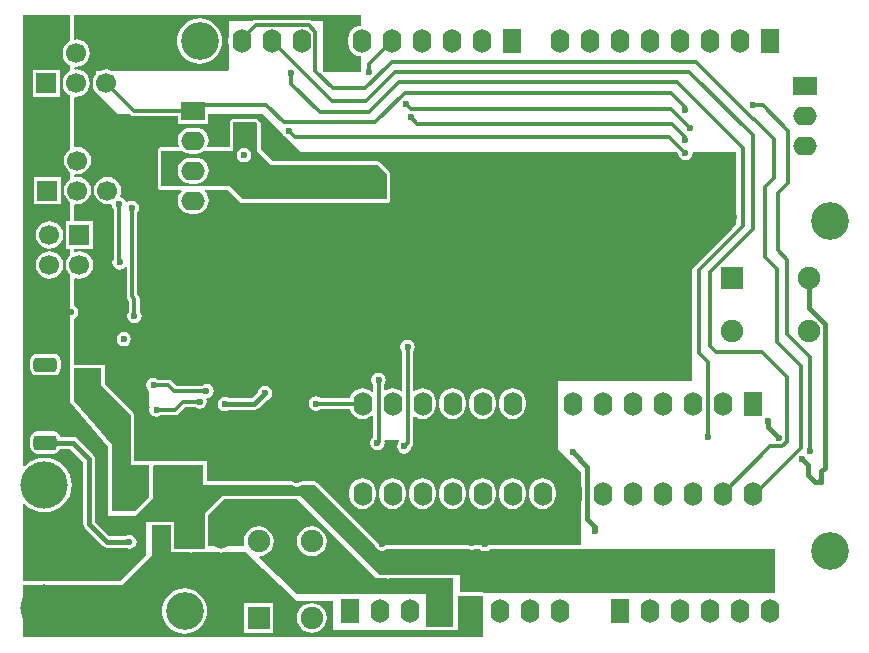
<source format=gbl>
G04 Layer_Physical_Order=2*
G04 Layer_Color=16711680*
%FSLAX44Y44*%
%MOMM*%
G71*
G01*
G75*
%ADD31R,1.9000X1.9000*%
%ADD32C,0.3000*%
%ADD33C,0.4000*%
%ADD36O,1.6000X2.0000*%
%ADD37R,1.6000X2.0000*%
%ADD38C,1.9000*%
%ADD39R,1.9000X1.9000*%
%ADD40C,3.2000*%
%ADD41C,4.0000*%
%ADD42R,2.0000X1.6000*%
%ADD43O,2.0000X1.6000*%
%ADD44C,1.7000*%
%ADD45R,1.7000X1.7000*%
G04:AMPARAMS|DCode=46|XSize=2mm|YSize=1.25mm|CornerRadius=0.3125mm|HoleSize=0mm|Usage=FLASHONLY|Rotation=0.000|XOffset=0mm|YOffset=0mm|HoleType=Round|Shape=RoundedRectangle|*
%AMROUNDEDRECTD46*
21,1,2.0000,0.6250,0,0,0.0*
21,1,1.3750,1.2500,0,0,0.0*
1,1,0.6250,0.6875,-0.3125*
1,1,0.6250,-0.6875,-0.3125*
1,1,0.6250,-0.6875,0.3125*
1,1,0.6250,0.6875,0.3125*
%
%ADD46ROUNDEDRECTD46*%
G04:AMPARAMS|DCode=47|XSize=2mm|YSize=1.2mm|CornerRadius=0.3mm|HoleSize=0mm|Usage=FLASHONLY|Rotation=0.000|XOffset=0mm|YOffset=0mm|HoleType=Round|Shape=RoundedRectangle|*
%AMROUNDEDRECTD47*
21,1,2.0000,0.6000,0,0,0.0*
21,1,1.4000,1.2000,0,0,0.0*
1,1,0.6000,0.7000,-0.3000*
1,1,0.6000,-0.7000,-0.3000*
1,1,0.6000,-0.7000,0.3000*
1,1,0.6000,0.7000,0.3000*
%
%ADD47ROUNDEDRECTD47*%
%ADD48C,0.6000*%
G36*
X289000Y521021D02*
X286688Y520717D01*
X284013Y519608D01*
X281715Y517845D01*
X279951Y515547D01*
X278843Y512872D01*
X278465Y510000D01*
Y506000D01*
X278843Y503128D01*
X279951Y500452D01*
X281715Y498155D01*
X284013Y496391D01*
X286688Y495283D01*
X289000Y494979D01*
X289000Y482000D01*
X257489D01*
X257000Y482489D01*
Y499000D01*
Y525000D01*
X247612D01*
X246506Y525739D01*
X244750Y526088D01*
X200000D01*
X198244Y525739D01*
X197138Y525000D01*
X177000D01*
Y511025D01*
X176865Y510000D01*
Y506000D01*
X177000Y504975D01*
Y484000D01*
X176000Y483000D01*
X77619D01*
X76402Y483504D01*
X73400Y483899D01*
X70398Y483504D01*
X69181Y483000D01*
X65000D01*
X65000Y480244D01*
X63355Y478100D01*
X62196Y475302D01*
X61801Y472300D01*
X62196Y469298D01*
X63355Y466500D01*
X65000Y464356D01*
Y464000D01*
X83000Y446000D01*
X93211D01*
X93456Y445756D01*
X94944Y444761D01*
X96700Y444412D01*
X134000D01*
Y438000D01*
X160000D01*
Y446000D01*
X206000Y446000D01*
X223365Y428635D01*
X224174Y427424D01*
X225385Y426615D01*
X238000Y414000D01*
X556512Y414000D01*
X557725Y412787D01*
X558098Y410909D01*
X559424Y408924D01*
X561409Y407598D01*
X563750Y407132D01*
X566091Y407598D01*
X568076Y408924D01*
X569402Y410909D01*
X569868Y413250D01*
X570483Y414000D01*
X595000Y414000D01*
X607000D01*
Y402000D01*
Y353000D01*
X603000Y349000D01*
X569000Y315000D01*
X569000Y236000D01*
X569000Y220000D01*
X456000D01*
Y162000D01*
X475000Y143000D01*
Y81059D01*
X398793D01*
X398498Y81000D01*
X398197Y81000D01*
X398197Y81000D01*
X390303D01*
X390303Y81000D01*
X390002Y81000D01*
X389707Y81059D01*
X385942D01*
X385647Y81000D01*
X380353D01*
X380057Y81059D01*
X354591D01*
X354295Y81000D01*
X353705D01*
X353409Y81059D01*
X332295D01*
X332000Y81117D01*
X331704Y81059D01*
X310815D01*
X310520Y81000D01*
X305000D01*
X303914Y81683D01*
X303798Y81961D01*
X303740Y82257D01*
X303572Y82507D01*
X303457Y82786D01*
X303244Y82999D01*
X303076Y83249D01*
X287163Y99163D01*
X287163Y99163D01*
X252163Y134163D01*
X252163Y134163D01*
X251170Y134826D01*
X250000Y135059D01*
X250000Y135059D01*
X239065D01*
X238770Y135000D01*
X231230D01*
X230935Y135059D01*
X159000Y135059D01*
X159000Y152001D01*
X155292Y152001D01*
X155000Y152059D01*
X114270D01*
X114270Y152059D01*
X114270Y152059D01*
X113974Y152000D01*
X110238Y152000D01*
X109941Y152059D01*
X109941Y152059D01*
X97059D01*
X97059Y191000D01*
X96826Y192171D01*
X96163Y193163D01*
X72059Y217267D01*
X72059Y225000D01*
Y231000D01*
X72000Y231295D01*
Y234000D01*
X69296D01*
X69000Y234059D01*
X55000D01*
X46059Y234059D01*
X46059Y272994D01*
X47826Y274174D01*
X49152Y276159D01*
X49618Y278500D01*
X49152Y280841D01*
X47826Y282826D01*
X46059Y284006D01*
X46059Y306632D01*
X47115Y307337D01*
X47698Y307096D01*
X50700Y306701D01*
X53702Y307096D01*
X56500Y308255D01*
X58902Y310098D01*
X60745Y312500D01*
X61904Y315298D01*
X62299Y318300D01*
X61904Y321302D01*
X60745Y324100D01*
X58902Y326502D01*
X56500Y328345D01*
X53702Y329504D01*
X50700Y329899D01*
X47698Y329504D01*
X47115Y329263D01*
X46059Y329968D01*
Y332200D01*
X62200D01*
Y355200D01*
X46059D01*
X46059Y369125D01*
X47014Y369962D01*
X49000Y369701D01*
X52002Y370096D01*
X54800Y371255D01*
X57202Y373098D01*
X59045Y375500D01*
X60204Y378298D01*
X60599Y381300D01*
X60204Y384302D01*
X59045Y387100D01*
X57202Y389502D01*
X54800Y391345D01*
X52002Y392504D01*
X49000Y392899D01*
X47204Y392663D01*
X46214Y393531D01*
Y394469D01*
X47204Y395337D01*
X49000Y395101D01*
X52002Y395496D01*
X54800Y396655D01*
X57202Y398498D01*
X59045Y400900D01*
X60204Y403698D01*
X60599Y406700D01*
X60204Y409702D01*
X59045Y412500D01*
X57202Y414902D01*
X54800Y416745D01*
X52002Y417904D01*
X49000Y418299D01*
X47014Y418038D01*
X46059Y418875D01*
X46059Y459993D01*
X47014Y460831D01*
X48000Y460701D01*
X51002Y461096D01*
X53800Y462255D01*
X56202Y464098D01*
X58045Y466500D01*
X59204Y469298D01*
X59599Y472300D01*
X59204Y475302D01*
X58045Y478100D01*
X56202Y480502D01*
X53800Y482345D01*
X51002Y483504D01*
X48000Y483899D01*
X47516Y483835D01*
X46431Y484788D01*
Y485212D01*
X47516Y486165D01*
X48000Y486101D01*
X51002Y486496D01*
X53800Y487655D01*
X56202Y489498D01*
X58045Y491900D01*
X59204Y494698D01*
X59599Y497700D01*
X59204Y500702D01*
X58045Y503500D01*
X56202Y505902D01*
X53800Y507745D01*
X51002Y508904D01*
X48000Y509299D01*
X47013Y509169D01*
X46059Y510007D01*
X46058Y530000D01*
X47328Y530000D01*
X289000Y530000D01*
X289000Y521021D01*
D02*
G37*
G36*
X69000Y225000D02*
X69000Y216000D01*
X94000Y191000D01*
X94000Y149000D01*
X109941D01*
X109941Y149000D01*
X109941Y122267D01*
X97674Y110000D01*
X78126D01*
X78127Y165914D01*
X63515Y182530D01*
X46059Y203439D01*
X46059Y231000D01*
X55000Y231000D01*
X69000D01*
Y225000D01*
D02*
G37*
G36*
X43000Y530000D02*
X43000Y508076D01*
X42200Y507745D01*
X39798Y505902D01*
X37955Y503500D01*
X36796Y500702D01*
X36401Y497700D01*
X36796Y494698D01*
X37955Y491900D01*
X39798Y489498D01*
X42200Y487655D01*
X43000Y487324D01*
X43000Y482676D01*
X42200Y482345D01*
X39798Y480502D01*
X37955Y478100D01*
X36796Y475302D01*
X36401Y472300D01*
X36796Y469298D01*
X37955Y466500D01*
X39798Y464098D01*
X42200Y462255D01*
X43000Y461924D01*
X43000Y416591D01*
X40798Y414902D01*
X38955Y412500D01*
X37796Y409702D01*
X37401Y406700D01*
X37796Y403698D01*
X38955Y400900D01*
X40798Y398498D01*
X43000Y396809D01*
X43000Y391191D01*
X40798Y389502D01*
X38955Y387100D01*
X37796Y384302D01*
X37401Y381300D01*
X37796Y378298D01*
X38955Y375500D01*
X40798Y373098D01*
X43000Y371409D01*
X43000Y355200D01*
X39200D01*
Y332200D01*
X43000D01*
X43000Y326887D01*
X42498Y326502D01*
X40655Y324100D01*
X39496Y321302D01*
X39101Y318300D01*
X39496Y315298D01*
X40655Y312500D01*
X42498Y310098D01*
X43000Y309713D01*
X43001Y231000D01*
X43000Y231000D01*
X43001Y209310D01*
X43001Y202330D01*
X75000Y164000D01*
X75000Y106000D01*
X98000Y106000D01*
X105971Y113971D01*
X112104Y120104D01*
X112104Y120104D01*
X113000Y121000D01*
Y122267D01*
X113000Y122267D01*
X113000Y122267D01*
X113000Y147730D01*
X114270Y149000D01*
X155000D01*
X155000Y132000D01*
X230935Y132000D01*
X232659Y130848D01*
X235000Y130382D01*
X237341Y130848D01*
X239065Y132000D01*
X250000D01*
X285000Y97000D01*
X300914Y81086D01*
X301098Y80159D01*
X302424Y78174D01*
X304409Y76848D01*
X306750Y76382D01*
X309091Y76848D01*
X310815Y78000D01*
X353409D01*
X354000Y77882D01*
X354591Y78000D01*
X380057D01*
X380659Y77598D01*
X383000Y77133D01*
X385341Y77598D01*
X385942Y78000D01*
X389707D01*
X389924Y77674D01*
X391909Y76348D01*
X394250Y75882D01*
X396591Y76348D01*
X398576Y77674D01*
X398793Y78000D01*
X630000D01*
X640000Y78000D01*
Y41000D01*
X482000D01*
X392296Y41000D01*
X392000Y41059D01*
X373000D01*
X373000Y56000D01*
X367296D01*
X367000Y56059D01*
X313598D01*
X313302Y56000D01*
X313001D01*
X313001Y56000D01*
X310499D01*
X310499Y56000D01*
X310198D01*
X309902Y56059D01*
X304941D01*
X261000Y100000D01*
X238000Y123000D01*
X235296D01*
X235000Y123059D01*
X235000Y123059D01*
X173000D01*
X172704Y123000D01*
X172000D01*
X171819Y122819D01*
X170837Y122163D01*
X168837Y120163D01*
X168837Y120163D01*
X157837Y109163D01*
X157181Y108181D01*
X157000Y108000D01*
Y107295D01*
X156941Y107000D01*
X156941Y107000D01*
Y99000D01*
Y80000D01*
X157000Y79705D01*
Y78059D01*
X146121D01*
X145923Y78019D01*
X145722Y78033D01*
X145474Y78000D01*
X145326D01*
X145078Y78033D01*
X144877Y78019D01*
X144679Y78059D01*
X131059D01*
Y88000D01*
Y98000D01*
X131000Y98296D01*
Y101000D01*
X128295D01*
X128000Y101059D01*
X112000D01*
X111705Y101000D01*
X109000D01*
Y101000D01*
X107000D01*
X107000Y99000D01*
Y73000D01*
X85000Y51000D01*
X22130D01*
X21000Y51111D01*
X19870Y51000D01*
X3000D01*
Y115793D01*
X4196Y116221D01*
X4658Y115658D01*
X8160Y112784D01*
X12156Y110648D01*
X16491Y109333D01*
X21000Y108889D01*
X25509Y109333D01*
X29844Y110648D01*
X33840Y112784D01*
X37342Y115658D01*
X40216Y119160D01*
X42352Y123156D01*
X43667Y127491D01*
X44111Y132000D01*
X43667Y136509D01*
X42352Y140844D01*
X40216Y144840D01*
X37342Y148342D01*
X33840Y151216D01*
X29844Y153352D01*
X25509Y154667D01*
X21000Y155111D01*
X16491Y154667D01*
X12156Y153352D01*
X8160Y151216D01*
X4658Y148342D01*
X4196Y147779D01*
X3000Y148207D01*
X3000Y530000D01*
X43000Y530000D01*
D02*
G37*
G36*
X252000Y103000D02*
X302000Y53000D01*
X309902D01*
X311750Y52632D01*
X313598Y53000D01*
X367000D01*
X367000Y38000D01*
Y12059D01*
X344000D01*
Y40000D01*
X235000D01*
X202780Y70648D01*
X203216Y71986D01*
X205763Y72322D01*
X208804Y73581D01*
X211415Y75585D01*
X213419Y78196D01*
X214678Y81237D01*
X215108Y84500D01*
X214678Y87763D01*
X213419Y90804D01*
X211415Y93415D01*
X208804Y95419D01*
X205763Y96678D01*
X202500Y97108D01*
X199237Y96678D01*
X196196Y95419D01*
X193585Y93415D01*
X191581Y90804D01*
X190322Y87763D01*
X189892Y84500D01*
X190322Y81237D01*
X190350Y81168D01*
X189600Y79660D01*
X189394Y79606D01*
X189000Y80000D01*
X160000D01*
Y99000D01*
Y107000D01*
X171000Y118000D01*
X173000Y120000D01*
X235000D01*
X252000Y103000D01*
D02*
G37*
G36*
X128000Y88000D02*
Y75000D01*
X144679D01*
X145400Y74905D01*
X146121Y75000D01*
X170079D01*
X170800Y74905D01*
X171521Y75000D01*
X192000D01*
X206000Y61000D01*
X235000Y34000D01*
X265000D01*
Y9000D01*
X371000D01*
Y38000D01*
X392000D01*
Y3000D01*
X3000D01*
Y47000D01*
X87000D01*
X88000Y48000D01*
X112000Y72000D01*
Y98000D01*
X128000D01*
Y88000D01*
D02*
G37*
%LPC*%
G36*
X152400Y527092D02*
X148675Y526725D01*
X145094Y525639D01*
X141793Y523874D01*
X138900Y521500D01*
X136526Y518607D01*
X134761Y515306D01*
X133675Y511725D01*
X133308Y508000D01*
X133675Y504275D01*
X134761Y500694D01*
X136526Y497393D01*
X138900Y494500D01*
X141793Y492126D01*
X145094Y490361D01*
X148675Y489275D01*
X152400Y488908D01*
X156125Y489275D01*
X159706Y490361D01*
X163007Y492126D01*
X165900Y494500D01*
X168274Y497393D01*
X170039Y500694D01*
X171125Y504275D01*
X171492Y508000D01*
X171125Y511725D01*
X170039Y515306D01*
X168274Y518607D01*
X165900Y521500D01*
X163007Y523874D01*
X159706Y525639D01*
X156125Y526725D01*
X152400Y527092D01*
D02*
G37*
G36*
X200102Y442059D02*
X200102Y442059D01*
X181000Y442059D01*
X179829Y441826D01*
X178837Y441163D01*
X178174Y440170D01*
X177941Y439000D01*
X177941Y418059D01*
X159754Y418059D01*
X159048Y419115D01*
X159717Y420728D01*
X160095Y423600D01*
X159717Y426472D01*
X158609Y429147D01*
X156845Y431445D01*
X154548Y433209D01*
X151872Y434317D01*
X149000Y434695D01*
X145000D01*
X142128Y434317D01*
X139452Y433209D01*
X137155Y431445D01*
X135392Y429147D01*
X134283Y426472D01*
X133905Y423600D01*
X134283Y420728D01*
X134952Y419115D01*
X134246Y418059D01*
X120000Y418059D01*
X118829Y417826D01*
X117837Y417163D01*
X117174Y416170D01*
X116941Y415000D01*
X116941Y385000D01*
X117174Y383829D01*
X117837Y382837D01*
X118829Y382174D01*
X120000Y381941D01*
X136868Y381941D01*
X137276Y380739D01*
X137155Y380645D01*
X135392Y378348D01*
X134283Y375672D01*
X133905Y372800D01*
X134283Y369928D01*
X135392Y367253D01*
X137155Y364955D01*
X139452Y363191D01*
X142128Y362083D01*
X145000Y361705D01*
X149000D01*
X151872Y362083D01*
X154548Y363191D01*
X156845Y364955D01*
X158609Y367253D01*
X159717Y369928D01*
X160095Y372800D01*
X159717Y375672D01*
X158609Y378348D01*
X156845Y380645D01*
X156723Y380739D01*
X157132Y381941D01*
X176733Y381941D01*
X186837Y371837D01*
X186837Y371837D01*
X187829Y371174D01*
X189000Y370941D01*
X189000Y370941D01*
X311000D01*
X312171Y371174D01*
X313163Y371837D01*
X313826Y372830D01*
X314059Y374000D01*
Y395000D01*
X313826Y396171D01*
X313163Y397163D01*
X305163Y405163D01*
X304170Y405826D01*
X303000Y406059D01*
X303000Y406059D01*
X214267D01*
X204059Y416267D01*
Y438102D01*
X204059Y438102D01*
X203826Y439272D01*
X203163Y440265D01*
X202265Y441163D01*
X201273Y441826D01*
X200102Y442059D01*
D02*
G37*
G36*
X74400Y392899D02*
X71398Y392504D01*
X68600Y391345D01*
X66198Y389502D01*
X64355Y387100D01*
X63196Y384302D01*
X62801Y381300D01*
X63196Y378298D01*
X64355Y375500D01*
X66198Y373098D01*
X68600Y371255D01*
X71398Y370096D01*
X74400Y369701D01*
X76893Y370029D01*
X77593Y369871D01*
X78266Y369079D01*
X78598Y367409D01*
X79662Y365817D01*
Y323685D01*
X79098Y322841D01*
X78632Y320500D01*
X79098Y318159D01*
X80424Y316174D01*
X82409Y314848D01*
X84750Y314382D01*
X87091Y314848D01*
X89076Y316174D01*
X89392Y316647D01*
X90662Y316262D01*
Y291750D01*
X91011Y289994D01*
X92006Y288506D01*
X92662Y287850D01*
Y278933D01*
X91598Y277341D01*
X91132Y275000D01*
X91598Y272659D01*
X92924Y270674D01*
X94909Y269348D01*
X97250Y268883D01*
X99591Y269348D01*
X101576Y270674D01*
X102902Y272659D01*
X103368Y275000D01*
X102902Y277341D01*
X101838Y278933D01*
Y289750D01*
X101489Y291506D01*
X100494Y292994D01*
X99838Y293650D01*
Y362817D01*
X100902Y364409D01*
X101368Y366750D01*
X100902Y369091D01*
X99576Y371076D01*
X97591Y372402D01*
X95250Y372868D01*
X92909Y372402D01*
X91343Y371356D01*
X89968Y371757D01*
X89902Y372091D01*
X88576Y374076D01*
X86591Y375402D01*
X85553Y375608D01*
X84954Y376729D01*
X85604Y378298D01*
X85999Y381300D01*
X85604Y384302D01*
X84445Y387100D01*
X82602Y389502D01*
X80200Y391345D01*
X77402Y392504D01*
X74400Y392899D01*
D02*
G37*
G36*
X88250Y261868D02*
X85909Y261402D01*
X83924Y260076D01*
X82598Y258091D01*
X82132Y255750D01*
X82598Y253409D01*
X83924Y251424D01*
X85909Y250098D01*
X88250Y249632D01*
X90591Y250098D01*
X92576Y251424D01*
X93902Y253409D01*
X94368Y255750D01*
X93902Y258091D01*
X92576Y260076D01*
X90591Y261402D01*
X88250Y261868D01*
D02*
G37*
G36*
X328500Y254867D02*
X326159Y254402D01*
X324174Y253076D01*
X322848Y251091D01*
X322383Y248750D01*
X322848Y246409D01*
X323912Y244817D01*
Y212280D01*
X322642Y211654D01*
X321397Y212609D01*
X318722Y213717D01*
X315850Y214095D01*
X312978Y213717D01*
X310303Y212609D01*
X309727Y212167D01*
X308588Y212729D01*
Y217067D01*
X309652Y218659D01*
X310117Y221000D01*
X309652Y223341D01*
X308326Y225326D01*
X306341Y226652D01*
X304000Y227118D01*
X301659Y226652D01*
X299674Y225326D01*
X298348Y223341D01*
X297882Y221000D01*
X298348Y218659D01*
X299412Y217067D01*
Y211258D01*
X298142Y210963D01*
X295997Y212609D01*
X293322Y213717D01*
X290450Y214095D01*
X287578Y213717D01*
X284903Y212609D01*
X282605Y210845D01*
X280842Y208547D01*
X279733Y205872D01*
X279696Y205588D01*
X254933D01*
X253341Y206652D01*
X251000Y207118D01*
X248659Y206652D01*
X246674Y205326D01*
X245348Y203341D01*
X244883Y201000D01*
X245348Y198659D01*
X246674Y196674D01*
X248659Y195348D01*
X251000Y194883D01*
X253341Y195348D01*
X254933Y196412D01*
X279696D01*
X279733Y196128D01*
X280842Y193452D01*
X282605Y191155D01*
X284903Y189391D01*
X287578Y188283D01*
X290450Y187905D01*
X293322Y188283D01*
X295997Y189391D01*
X298142Y191037D01*
X299412Y190742D01*
Y172569D01*
X298674Y172076D01*
X297348Y170091D01*
X296882Y167750D01*
X297348Y165409D01*
X298674Y163424D01*
X300659Y162098D01*
X303000Y161632D01*
X305341Y162098D01*
X307326Y163424D01*
X308652Y165409D01*
X309118Y167750D01*
X308801Y169340D01*
X309788Y170502D01*
X321273D01*
X321658Y169232D01*
X321424Y169076D01*
X320098Y167091D01*
X319632Y164750D01*
X320098Y162409D01*
X321424Y160424D01*
X323409Y159098D01*
X325750Y158632D01*
X328091Y159098D01*
X330076Y160424D01*
X331402Y162409D01*
X331780Y164309D01*
X332739Y165744D01*
X333088Y167500D01*
Y189797D01*
X334358Y190423D01*
X335703Y189391D01*
X338378Y188283D01*
X341250Y187905D01*
X344122Y188283D01*
X346797Y189391D01*
X349095Y191155D01*
X350858Y193452D01*
X351967Y196128D01*
X352345Y199000D01*
Y203000D01*
X351967Y205872D01*
X350858Y208547D01*
X349095Y210845D01*
X346797Y212609D01*
X344122Y213717D01*
X341250Y214095D01*
X338378Y213717D01*
X335703Y212609D01*
X334358Y211577D01*
X333088Y212203D01*
Y244817D01*
X334152Y246409D01*
X334618Y248750D01*
X334152Y251091D01*
X332826Y253076D01*
X330841Y254402D01*
X328500Y254867D01*
D02*
G37*
G36*
X207750Y216118D02*
X205409Y215652D01*
X203424Y214326D01*
X202098Y212341D01*
X201842Y211051D01*
X196638Y205848D01*
X176920D01*
X176091Y206402D01*
X173750Y206868D01*
X171409Y206402D01*
X169424Y205076D01*
X168098Y203091D01*
X167633Y200750D01*
X168098Y198409D01*
X169424Y196424D01*
X171409Y195098D01*
X173750Y194632D01*
X176091Y195098D01*
X176920Y195652D01*
X198750D01*
X200701Y196040D01*
X202355Y197145D01*
X209425Y204216D01*
X210091Y204348D01*
X212076Y205674D01*
X213402Y207659D01*
X213867Y210000D01*
X213402Y212341D01*
X212076Y214326D01*
X210091Y215652D01*
X207750Y216118D01*
D02*
G37*
G36*
X113500Y222868D02*
X111159Y222402D01*
X109174Y221076D01*
X107848Y219091D01*
X107382Y216750D01*
X107848Y214409D01*
X109174Y212424D01*
X110000Y211873D01*
Y198000D01*
X110000D01*
X110266Y197676D01*
X109882Y195750D01*
X110348Y193409D01*
X111674Y191424D01*
X113659Y190098D01*
X116000Y189632D01*
X118341Y190098D01*
X119933Y191162D01*
X131500D01*
X133256Y191511D01*
X134744Y192506D01*
X140400Y198162D01*
X148567D01*
X150159Y197098D01*
X152500Y196632D01*
X154841Y197098D01*
X156826Y198424D01*
X158152Y200409D01*
X158617Y202750D01*
X158329Y204202D01*
X158266Y205142D01*
X159251Y205581D01*
X160591Y205848D01*
X162576Y207174D01*
X163902Y209159D01*
X164368Y211500D01*
X163902Y213841D01*
X162576Y215826D01*
X160591Y217152D01*
X158250Y217617D01*
X155909Y217152D01*
X154317Y216088D01*
X132650D01*
X128744Y219994D01*
X127256Y220989D01*
X125500Y221338D01*
X117433D01*
X115841Y222402D01*
X113500Y222868D01*
D02*
G37*
G36*
X417450Y214095D02*
X414578Y213717D01*
X411903Y212609D01*
X409605Y210845D01*
X407841Y208547D01*
X406733Y205872D01*
X406355Y203000D01*
Y199000D01*
X406733Y196128D01*
X407841Y193452D01*
X409605Y191155D01*
X411903Y189391D01*
X414578Y188283D01*
X417450Y187905D01*
X420322Y188283D01*
X422997Y189391D01*
X425295Y191155D01*
X427058Y193452D01*
X428167Y196128D01*
X428545Y199000D01*
Y203000D01*
X428167Y205872D01*
X427058Y208547D01*
X425295Y210845D01*
X422997Y212609D01*
X420322Y213717D01*
X417450Y214095D01*
D02*
G37*
G36*
X392050D02*
X389178Y213717D01*
X386503Y212609D01*
X384205Y210845D01*
X382441Y208547D01*
X381333Y205872D01*
X380955Y203000D01*
Y199000D01*
X381333Y196128D01*
X382441Y193452D01*
X384205Y191155D01*
X386503Y189391D01*
X389178Y188283D01*
X392050Y187905D01*
X394922Y188283D01*
X397597Y189391D01*
X399895Y191155D01*
X401659Y193452D01*
X402767Y196128D01*
X403145Y199000D01*
Y203000D01*
X402767Y205872D01*
X401659Y208547D01*
X399895Y210845D01*
X397597Y212609D01*
X394922Y213717D01*
X392050Y214095D01*
D02*
G37*
G36*
X366650D02*
X363778Y213717D01*
X361103Y212609D01*
X358805Y210845D01*
X357042Y208547D01*
X355933Y205872D01*
X355555Y203000D01*
Y199000D01*
X355933Y196128D01*
X357042Y193452D01*
X358805Y191155D01*
X361103Y189391D01*
X363778Y188283D01*
X366650Y187905D01*
X369522Y188283D01*
X372197Y189391D01*
X374495Y191155D01*
X376259Y193452D01*
X377367Y196128D01*
X377745Y199000D01*
Y203000D01*
X377367Y205872D01*
X376259Y208547D01*
X374495Y210845D01*
X372197Y212609D01*
X369522Y213717D01*
X366650Y214095D01*
D02*
G37*
G36*
X442850Y137895D02*
X439978Y137517D01*
X437303Y136409D01*
X435005Y134645D01*
X433242Y132347D01*
X432133Y129672D01*
X431755Y126800D01*
Y122800D01*
X432133Y119928D01*
X433242Y117253D01*
X435005Y114955D01*
X437303Y113191D01*
X439978Y112083D01*
X442850Y111705D01*
X445722Y112083D01*
X448397Y113191D01*
X450695Y114955D01*
X452458Y117253D01*
X453567Y119928D01*
X453945Y122800D01*
Y126800D01*
X453567Y129672D01*
X452458Y132347D01*
X450695Y134645D01*
X448397Y136409D01*
X445722Y137517D01*
X442850Y137895D01*
D02*
G37*
G36*
X417450D02*
X414578Y137517D01*
X411903Y136409D01*
X409605Y134645D01*
X407841Y132347D01*
X406733Y129672D01*
X406355Y126800D01*
Y122800D01*
X406733Y119928D01*
X407841Y117253D01*
X409605Y114955D01*
X411903Y113191D01*
X414578Y112083D01*
X417450Y111705D01*
X420322Y112083D01*
X422997Y113191D01*
X425295Y114955D01*
X427058Y117253D01*
X428167Y119928D01*
X428545Y122800D01*
Y126800D01*
X428167Y129672D01*
X427058Y132347D01*
X425295Y134645D01*
X422997Y136409D01*
X420322Y137517D01*
X417450Y137895D01*
D02*
G37*
G36*
X392050D02*
X389178Y137517D01*
X386503Y136409D01*
X384205Y134645D01*
X382441Y132347D01*
X381333Y129672D01*
X380955Y126800D01*
Y122800D01*
X381333Y119928D01*
X382441Y117253D01*
X384205Y114955D01*
X386503Y113191D01*
X389178Y112083D01*
X392050Y111705D01*
X394922Y112083D01*
X397597Y113191D01*
X399895Y114955D01*
X401659Y117253D01*
X402767Y119928D01*
X403145Y122800D01*
Y126800D01*
X402767Y129672D01*
X401659Y132347D01*
X399895Y134645D01*
X397597Y136409D01*
X394922Y137517D01*
X392050Y137895D01*
D02*
G37*
G36*
X366650D02*
X363778Y137517D01*
X361103Y136409D01*
X358805Y134645D01*
X357042Y132347D01*
X355933Y129672D01*
X355555Y126800D01*
Y122800D01*
X355933Y119928D01*
X357042Y117253D01*
X358805Y114955D01*
X361103Y113191D01*
X363778Y112083D01*
X366650Y111705D01*
X369522Y112083D01*
X372197Y113191D01*
X374495Y114955D01*
X376259Y117253D01*
X377367Y119928D01*
X377745Y122800D01*
Y126800D01*
X377367Y129672D01*
X376259Y132347D01*
X374495Y134645D01*
X372197Y136409D01*
X369522Y137517D01*
X366650Y137895D01*
D02*
G37*
G36*
X341250D02*
X338378Y137517D01*
X335703Y136409D01*
X333405Y134645D01*
X331642Y132347D01*
X330533Y129672D01*
X330155Y126800D01*
Y122800D01*
X330533Y119928D01*
X331642Y117253D01*
X333405Y114955D01*
X335703Y113191D01*
X338378Y112083D01*
X341250Y111705D01*
X344122Y112083D01*
X346797Y113191D01*
X349095Y114955D01*
X350858Y117253D01*
X351967Y119928D01*
X352345Y122800D01*
Y126800D01*
X351967Y129672D01*
X350858Y132347D01*
X349095Y134645D01*
X346797Y136409D01*
X344122Y137517D01*
X341250Y137895D01*
D02*
G37*
G36*
X315850D02*
X312978Y137517D01*
X310303Y136409D01*
X308005Y134645D01*
X306241Y132347D01*
X305133Y129672D01*
X304755Y126800D01*
Y122800D01*
X305133Y119928D01*
X306241Y117253D01*
X308005Y114955D01*
X310303Y113191D01*
X312978Y112083D01*
X315850Y111705D01*
X318722Y112083D01*
X321397Y113191D01*
X323695Y114955D01*
X325458Y117253D01*
X326567Y119928D01*
X326945Y122800D01*
Y126800D01*
X326567Y129672D01*
X325458Y132347D01*
X323695Y134645D01*
X321397Y136409D01*
X318722Y137517D01*
X315850Y137895D01*
D02*
G37*
G36*
X290450D02*
X287578Y137517D01*
X284903Y136409D01*
X282605Y134645D01*
X280842Y132347D01*
X279733Y129672D01*
X279355Y126800D01*
Y122800D01*
X279733Y119928D01*
X280842Y117253D01*
X282605Y114955D01*
X284903Y113191D01*
X287578Y112083D01*
X290450Y111705D01*
X293322Y112083D01*
X295997Y113191D01*
X298295Y114955D01*
X300058Y117253D01*
X301167Y119928D01*
X301545Y122800D01*
Y126800D01*
X301167Y129672D01*
X300058Y132347D01*
X298295Y134645D01*
X295997Y136409D01*
X293322Y137517D01*
X290450Y137895D01*
D02*
G37*
%LPD*%
G36*
X201000Y438102D02*
Y415000D01*
X213000Y403000D01*
X303000D01*
X311000Y395000D01*
Y374000D01*
X189000D01*
X178000Y385000D01*
X120000Y385000D01*
X120000Y415000D01*
X138138Y415000D01*
X139452Y413992D01*
X142128Y412883D01*
X145000Y412505D01*
X149000D01*
X151872Y412883D01*
X154548Y413992D01*
X155862Y415000D01*
X181000Y415000D01*
X181000Y439000D01*
X200102Y439000D01*
X201000Y438102D01*
D02*
G37*
%LPC*%
G36*
X190000Y417617D02*
X187659Y417152D01*
X185674Y415826D01*
X184348Y413841D01*
X183883Y411500D01*
X184348Y409159D01*
X185674Y407174D01*
X187659Y405848D01*
X190000Y405382D01*
X192341Y405848D01*
X194326Y407174D01*
X195652Y409159D01*
X196117Y411500D01*
X195652Y413841D01*
X194326Y415826D01*
X192341Y417152D01*
X190000Y417617D01*
D02*
G37*
G36*
X149000Y409295D02*
X145000D01*
X142128Y408917D01*
X139452Y407808D01*
X137155Y406045D01*
X135392Y403747D01*
X134283Y401072D01*
X133905Y398200D01*
X134283Y395328D01*
X135392Y392653D01*
X137155Y390355D01*
X139452Y388591D01*
X142128Y387483D01*
X145000Y387105D01*
X149000D01*
X151872Y387483D01*
X154548Y388591D01*
X156845Y390355D01*
X158609Y392653D01*
X159717Y395328D01*
X160095Y398200D01*
X159717Y401072D01*
X158609Y403747D01*
X156845Y406045D01*
X154548Y407808D01*
X151872Y408917D01*
X149000Y409295D01*
D02*
G37*
G36*
X34100Y483800D02*
X11100D01*
Y460800D01*
X34100D01*
Y483800D01*
D02*
G37*
G36*
X35100Y392800D02*
X12100D01*
Y369800D01*
X35100D01*
Y392800D01*
D02*
G37*
G36*
X25300Y355299D02*
X22298Y354904D01*
X19500Y353745D01*
X17098Y351902D01*
X15255Y349500D01*
X14096Y346702D01*
X13701Y343700D01*
X14096Y340698D01*
X15255Y337900D01*
X17098Y335498D01*
X19500Y333655D01*
X22298Y332496D01*
X25300Y332101D01*
X28302Y332496D01*
X31100Y333655D01*
X33502Y335498D01*
X35345Y337900D01*
X36504Y340698D01*
X36899Y343700D01*
X36504Y346702D01*
X35345Y349500D01*
X33502Y351902D01*
X31100Y353745D01*
X28302Y354904D01*
X25300Y355299D01*
D02*
G37*
G36*
Y329899D02*
X22298Y329504D01*
X19500Y328345D01*
X17098Y326502D01*
X15255Y324100D01*
X14096Y321302D01*
X13701Y318300D01*
X14096Y315298D01*
X15255Y312500D01*
X17098Y310098D01*
X19500Y308255D01*
X22298Y307096D01*
X25300Y306701D01*
X28302Y307096D01*
X31100Y308255D01*
X33502Y310098D01*
X35345Y312500D01*
X36504Y315298D01*
X36899Y318300D01*
X36504Y321302D01*
X35345Y324100D01*
X33502Y326502D01*
X31100Y328345D01*
X28302Y329504D01*
X25300Y329899D01*
D02*
G37*
G36*
X28995Y243118D02*
X14995D01*
X12654Y242652D01*
X10669Y241326D01*
X9343Y239341D01*
X8878Y237000D01*
Y231000D01*
X9343Y228659D01*
X10669Y226674D01*
X12654Y225348D01*
X14995Y224883D01*
X28995D01*
X31336Y225348D01*
X33321Y226674D01*
X34647Y228659D01*
X35113Y231000D01*
Y237000D01*
X34647Y239341D01*
X33321Y241326D01*
X31336Y242652D01*
X28995Y243118D01*
D02*
G37*
G36*
X28870Y177370D02*
X15120D01*
X12730Y176895D01*
X10704Y175541D01*
X9350Y173515D01*
X8875Y171125D01*
Y164875D01*
X9350Y162485D01*
X10704Y160459D01*
X12730Y159105D01*
X15120Y158630D01*
X28870D01*
X31260Y159105D01*
X33286Y160459D01*
X34640Y162485D01*
X34723Y162902D01*
X42888D01*
X53902Y151888D01*
Y99000D01*
X54290Y97049D01*
X55395Y95395D01*
X70395Y80395D01*
X72049Y79290D01*
X74000Y78902D01*
X89830D01*
X90659Y78348D01*
X93000Y77882D01*
X95341Y78348D01*
X97326Y79674D01*
X98652Y81659D01*
X99117Y84000D01*
X98652Y86341D01*
X97326Y88326D01*
X95341Y89652D01*
X93000Y90118D01*
X90659Y89652D01*
X89830Y89098D01*
X76112D01*
X64098Y101112D01*
Y154000D01*
X63710Y155951D01*
X62605Y157605D01*
X48605Y171605D01*
X46951Y172710D01*
X45000Y173098D01*
X34723D01*
X34640Y173515D01*
X33286Y175541D01*
X31260Y176895D01*
X28870Y177370D01*
D02*
G37*
G36*
X247500Y97108D02*
X244237Y96678D01*
X241196Y95419D01*
X238585Y93415D01*
X236581Y90804D01*
X235322Y87763D01*
X234892Y84500D01*
X235322Y81237D01*
X236581Y78196D01*
X238585Y75585D01*
X241196Y73581D01*
X244237Y72322D01*
X247500Y71892D01*
X250763Y72322D01*
X253804Y73581D01*
X256415Y75585D01*
X258419Y78196D01*
X259678Y81237D01*
X260108Y84500D01*
X259678Y87763D01*
X258419Y90804D01*
X256415Y93415D01*
X253804Y95419D01*
X250763Y96678D01*
X247500Y97108D01*
D02*
G37*
G36*
X215000Y32000D02*
X190000D01*
Y7000D01*
X215000D01*
Y32000D01*
D02*
G37*
G36*
X247500Y32108D02*
X244237Y31678D01*
X241196Y30419D01*
X238585Y28415D01*
X236581Y25804D01*
X235322Y22763D01*
X234892Y19500D01*
X235322Y16237D01*
X236581Y13196D01*
X238585Y10585D01*
X241196Y8581D01*
X244237Y7322D01*
X247500Y6892D01*
X250763Y7322D01*
X253804Y8581D01*
X256415Y10585D01*
X258419Y13196D01*
X259678Y16237D01*
X260108Y19500D01*
X259678Y22763D01*
X258419Y25804D01*
X256415Y28415D01*
X253804Y30419D01*
X250763Y31678D01*
X247500Y32108D01*
D02*
G37*
G36*
X139700Y44492D02*
X135975Y44125D01*
X132394Y43039D01*
X129093Y41274D01*
X126200Y38900D01*
X123826Y36007D01*
X122061Y32706D01*
X120975Y29125D01*
X120608Y25400D01*
X120975Y21675D01*
X122061Y18094D01*
X123826Y14793D01*
X126200Y11900D01*
X129093Y9526D01*
X132394Y7761D01*
X135975Y6675D01*
X139700Y6308D01*
X143425Y6675D01*
X147006Y7761D01*
X150307Y9526D01*
X153200Y11900D01*
X155574Y14793D01*
X157339Y18094D01*
X158425Y21675D01*
X158792Y25400D01*
X158425Y29125D01*
X157339Y32706D01*
X155574Y36007D01*
X153200Y38900D01*
X150307Y41274D01*
X147006Y43039D01*
X143425Y44125D01*
X139700Y44492D01*
D02*
G37*
%LPD*%
D31*
X202500Y19500D02*
D03*
D32*
X304000Y168750D02*
Y221000D01*
X303000Y167750D02*
X304000Y168750D01*
X328500Y167500D02*
Y248750D01*
X325750Y164750D02*
X328500Y167500D01*
X669500Y161000D02*
Y240750D01*
X620650Y124800D02*
X622800D01*
X661250Y163250D01*
Y232500D01*
X590000Y244500D02*
X628500D01*
X187960Y508000D02*
Y509460D01*
X612250Y351000D02*
Y417500D01*
X575500Y314250D02*
X612250Y351000D01*
X575500Y244000D02*
Y314250D01*
Y244000D02*
X583000Y236500D01*
Y172500D02*
Y236500D01*
X295750Y481750D02*
Y488790D01*
X314960Y508000D01*
X138500Y202750D02*
X152500D01*
X131500Y195750D02*
X138500Y202750D01*
X116000Y195750D02*
X131500D01*
X113500Y216750D02*
X125500D01*
X130750Y211500D02*
X158250D01*
X125500Y216750D02*
X130750Y211500D01*
X251000Y201000D02*
X290450D01*
X95250Y291750D02*
Y366750D01*
Y291750D02*
X97250Y289750D01*
Y275000D02*
Y289750D01*
X84250Y321000D02*
Y369750D01*
Y321000D02*
X84750Y320500D01*
X628500Y244500D02*
X649750Y223250D01*
X187960Y509460D02*
X200000Y521500D01*
X244750D01*
X250500Y515750D01*
X73400Y472300D02*
X96700Y449000D01*
X147000D01*
X595250Y124800D02*
X635450Y165000D01*
X645942D01*
X649750Y168808D01*
Y223250D01*
X563500Y424250D02*
Y426750D01*
Y449750D02*
Y452500D01*
X552000Y464000D02*
X563500Y452500D01*
X556750Y473000D02*
X612250Y417500D01*
X315037Y490000D02*
X573000D01*
X590500Y318250D02*
Y318450D01*
X152000Y454000D02*
X209000D01*
X147000Y449000D02*
X152000Y454000D01*
X585000Y249500D02*
X590000Y244500D01*
X585000Y249500D02*
Y312750D01*
X590500Y318250D01*
X233250Y427000D02*
X550000D01*
X228500Y431750D02*
X233250Y427000D01*
X550000D02*
X563750Y413250D01*
X552250Y438000D02*
X563500Y426750D01*
X331250Y443250D02*
X336500Y438000D01*
X552250D01*
X331250Y450250D02*
X552000D01*
X327000Y454500D02*
X331250Y450250D01*
X552000D02*
X567750Y434500D01*
X326000Y464000D02*
X552000D01*
X321000Y473000D02*
X556750D01*
X311679Y486750D02*
X311787D01*
X315037Y490000D01*
X317750Y481750D02*
X567250D01*
X301000Y439000D02*
X326000Y464000D01*
X209000Y454000D02*
X224000Y439000D01*
X301000D01*
X230250Y471750D02*
Y480500D01*
Y471750D02*
X254000Y448000D01*
X296000D01*
X321000Y473000D01*
X293000Y457000D02*
X317750Y481750D01*
X213360Y508000D02*
X264360Y457000D01*
X293000D01*
X292929Y468000D02*
X311679Y486750D01*
X250500Y482500D02*
Y515750D01*
Y482500D02*
X265000Y468000D01*
X292929D01*
X621000Y453500D02*
X629500D01*
X651000Y432000D01*
Y388000D02*
Y432000D01*
X642000Y379000D02*
X651000Y388000D01*
X642000Y331000D02*
Y379000D01*
Y331000D02*
X650125Y322875D01*
Y260125D02*
Y322875D01*
Y260125D02*
X669500Y240750D01*
X631000Y384000D02*
X639000Y392000D01*
X631000Y325000D02*
Y384000D01*
Y325000D02*
X641000Y315000D01*
Y252750D02*
Y315000D01*
Y252750D02*
X661250Y232500D01*
X573000Y490000D02*
X621000Y442000D01*
X639000Y392000D02*
Y425000D01*
X621000Y442000D02*
X622000D01*
X639000Y425000D01*
X590500Y318450D02*
X621000Y348950D01*
Y428000D01*
X567250Y481750D02*
X621000Y428000D01*
D33*
X198750Y200750D02*
X207750Y209750D01*
Y210000D01*
X173750Y200750D02*
X198750D01*
X468250Y159750D02*
X480750Y147250D01*
Y103250D02*
Y147250D01*
Y103250D02*
X487250Y96750D01*
Y93250D02*
Y96750D01*
X662500Y154000D02*
X667750Y148750D01*
Y140500D02*
Y148750D01*
Y140500D02*
X673250Y135000D01*
X678750D01*
Y83250D02*
X685800Y76200D01*
X196750Y25250D02*
X202500Y19500D01*
X633750Y181000D02*
X643250Y171500D01*
X633750Y181000D02*
Y186500D01*
X668500Y281592D02*
Y307500D01*
Y281592D02*
X682000Y268092D01*
Y256658D02*
Y268092D01*
X681750Y256408D02*
X682000Y256658D01*
X681750Y146500D02*
Y256408D01*
X678750Y143500D02*
X681750Y146500D01*
X678750Y135000D02*
Y143500D01*
X21995Y168000D02*
X45000D01*
X59000Y154000D01*
Y99000D02*
Y154000D01*
Y99000D02*
X74000Y84000D01*
X93000D01*
D36*
X290450Y124800D02*
D03*
X315850D02*
D03*
X341250D02*
D03*
X366650D02*
D03*
X392050D02*
D03*
X417450D02*
D03*
X442850D02*
D03*
X468250D02*
D03*
X493650D02*
D03*
X519050D02*
D03*
X544450D02*
D03*
X569850D02*
D03*
X595250D02*
D03*
X620650D02*
D03*
X290450Y201000D02*
D03*
X315850D02*
D03*
X341250D02*
D03*
X366650D02*
D03*
X392050D02*
D03*
X417450D02*
D03*
X442850D02*
D03*
X468250D02*
D03*
X493650D02*
D03*
X519050D02*
D03*
X544450D02*
D03*
X569850D02*
D03*
X595250D02*
D03*
X457200Y508000D02*
D03*
X482600D02*
D03*
X508000D02*
D03*
X533400D02*
D03*
X558800D02*
D03*
X584200D02*
D03*
X609600D02*
D03*
X391160D02*
D03*
X365760D02*
D03*
X340360D02*
D03*
X314960D02*
D03*
X289560D02*
D03*
X264160D02*
D03*
X238760D02*
D03*
X213360D02*
D03*
X187960D02*
D03*
X170800Y88000D02*
D03*
X145400D02*
D03*
X533400Y25400D02*
D03*
X558800D02*
D03*
X584200D02*
D03*
X609600D02*
D03*
X635000D02*
D03*
X457200D02*
D03*
X431800D02*
D03*
X406400D02*
D03*
X381000D02*
D03*
X355600D02*
D03*
X330200D02*
D03*
X304800D02*
D03*
D37*
X620650Y201000D02*
D03*
X635000Y508000D02*
D03*
X416560D02*
D03*
X120000Y88000D02*
D03*
X508000Y25400D02*
D03*
X279400D02*
D03*
D38*
X202500Y84500D02*
D03*
X247500D02*
D03*
Y19500D02*
D03*
X668500Y307500D02*
D03*
Y262500D02*
D03*
X603500D02*
D03*
D39*
Y307500D02*
D03*
D40*
X152400Y508000D02*
D03*
X685800Y355600D02*
D03*
Y76200D02*
D03*
X139700Y25400D02*
D03*
D41*
X21000Y132000D02*
D03*
Y28000D02*
D03*
D42*
X665000Y470000D02*
D03*
X147000Y449000D02*
D03*
D43*
X665000Y444600D02*
D03*
Y419200D02*
D03*
X147000Y423600D02*
D03*
Y398200D02*
D03*
Y372800D02*
D03*
D44*
X73400Y497700D02*
D03*
X48000D02*
D03*
X22600D02*
D03*
X73400Y472300D02*
D03*
X48000D02*
D03*
X74400Y406700D02*
D03*
X49000D02*
D03*
X23600D02*
D03*
X74400Y381300D02*
D03*
X49000D02*
D03*
X25300Y343700D02*
D03*
X50700Y318300D02*
D03*
X25300D02*
D03*
D45*
X22600Y472300D02*
D03*
X23600Y381300D02*
D03*
X50700Y343700D02*
D03*
D46*
X21995Y168000D02*
D03*
D47*
Y234000D02*
D03*
D48*
X304000Y221000D02*
D03*
X303000Y167750D02*
D03*
X328500Y248750D02*
D03*
X325750Y164750D02*
D03*
X621000Y453500D02*
D03*
X669500Y161000D02*
D03*
X567750Y434500D02*
D03*
X327000Y454500D02*
D03*
X331250Y443250D02*
D03*
X563500Y424250D02*
D03*
X563750Y413250D02*
D03*
X230250Y480500D02*
D03*
X583000Y172500D02*
D03*
X563500Y449750D02*
D03*
X295750Y481750D02*
D03*
X152500Y202750D02*
D03*
X116000Y195750D02*
D03*
X113500Y216750D02*
D03*
X158250Y211500D02*
D03*
X58500Y226000D02*
D03*
Y218750D02*
D03*
X87750Y124000D02*
D03*
Y114250D02*
D03*
X173750Y200750D02*
D03*
X207750Y210000D02*
D03*
X468250Y159750D02*
D03*
X487250Y93250D02*
D03*
X251000Y201000D02*
D03*
X95250Y366750D02*
D03*
X97250Y275000D02*
D03*
X84250Y369750D02*
D03*
X84750Y320500D02*
D03*
X612250Y67250D02*
D03*
X477250Y51750D02*
D03*
X448000D02*
D03*
X332000Y75000D02*
D03*
X311750Y58750D02*
D03*
X151750Y140000D02*
D03*
X88250Y255750D02*
D03*
X172750Y411000D02*
D03*
X306000Y383500D02*
D03*
X12000Y289500D02*
D03*
X43500Y278500D02*
D03*
X20000Y441250D02*
D03*
X76000Y249500D02*
D03*
X76500Y229000D02*
D03*
X77250Y294250D02*
D03*
X194250Y145500D02*
D03*
X235000Y136500D02*
D03*
X306750Y82500D02*
D03*
X354000Y84000D02*
D03*
X394250Y82000D02*
D03*
X405750Y113500D02*
D03*
X461250Y99000D02*
D03*
X678750Y135000D02*
D03*
X633750Y186500D02*
D03*
X586500Y399000D02*
D03*
X605250Y358750D02*
D03*
X395250Y247750D02*
D03*
X479000Y250750D02*
D03*
X52000Y523250D02*
D03*
X214750Y413750D02*
D03*
X276000Y488500D02*
D03*
Y345250D02*
D03*
X219250Y331750D02*
D03*
X207500Y287750D02*
D03*
X150000Y271000D02*
D03*
X104750Y253250D02*
D03*
X173500Y209500D02*
D03*
X279500Y250500D02*
D03*
X231000Y227750D02*
D03*
X234000Y212250D02*
D03*
X196250Y227250D02*
D03*
X131500Y180000D02*
D03*
X383000Y83250D02*
D03*
X662500Y154000D02*
D03*
X117500Y179500D02*
D03*
X190000Y411500D02*
D03*
X228500Y431750D02*
D03*
X643250Y171500D02*
D03*
X132000Y160000D02*
D03*
X93000Y84000D02*
D03*
X217000Y141000D02*
D03*
X125000Y411000D02*
D03*
X186500Y434750D02*
D03*
X161000Y138000D02*
D03*
X55000Y429000D02*
D03*
X48000Y39000D02*
D03*
Y31000D02*
D03*
Y23000D02*
D03*
X172500Y422500D02*
D03*
M02*

</source>
